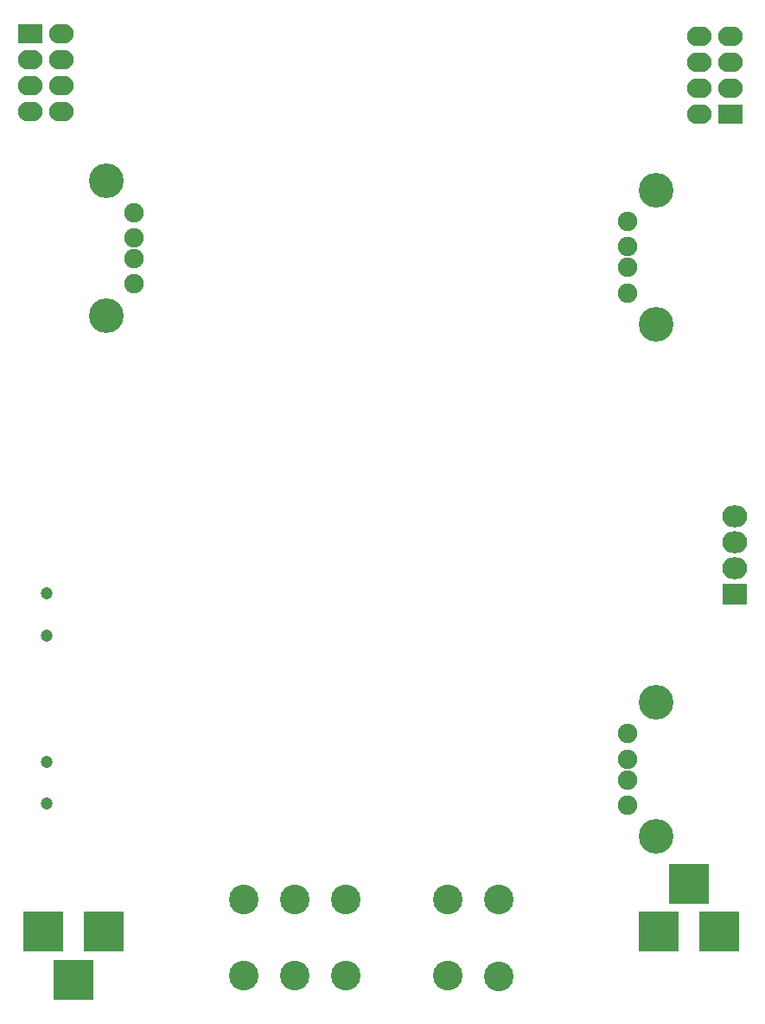
<source format=gbs>
G04 #@! TF.FileFunction,Soldermask,Bot*
%FSLAX46Y46*%
G04 Gerber Fmt 4.6, Leading zero omitted, Abs format (unit mm)*
G04 Created by KiCad (PCBNEW 4.0.2-stable) date Tuesday, 19 July 2016 02:12:12*
%MOMM*%
G01*
G04 APERTURE LIST*
%ADD10C,0.100000*%
%ADD11C,2.900000*%
%ADD12C,3.399740*%
%ADD13C,1.901140*%
%ADD14O,2.400000X1.900000*%
%ADD15R,2.400000X1.900000*%
%ADD16R,3.900120X3.900120*%
%ADD17C,1.197560*%
%ADD18R,2.432000X2.127200*%
%ADD19O,2.432000X2.127200*%
G04 APERTURE END LIST*
D10*
D11*
X167529520Y-131150480D03*
X152529520Y-131150480D03*
X147529520Y-131150480D03*
X142529520Y-131150480D03*
X142529520Y-138600480D03*
X147529520Y-138600480D03*
X152529520Y-138600480D03*
X167519520Y-138660480D03*
X162529520Y-131150480D03*
X162529520Y-138600480D03*
D12*
X182865380Y-74796460D03*
X182865380Y-61654500D03*
D13*
X180155200Y-71725600D03*
X180155200Y-69226240D03*
X180155200Y-67224720D03*
X180155200Y-64725360D03*
D12*
X129029140Y-60779020D03*
X129029140Y-73920980D03*
D13*
X131739320Y-63849880D03*
X131739320Y-66349240D03*
X131739320Y-68350760D03*
X131739320Y-70850120D03*
D14*
X187164520Y-46635480D03*
X190204520Y-46635480D03*
D15*
X190204520Y-54255480D03*
D14*
X187164520Y-54255480D03*
X190204520Y-51715480D03*
X187164520Y-51715480D03*
X190204520Y-49175480D03*
X187164520Y-49175480D03*
X124670000Y-54010000D03*
X121630000Y-54010000D03*
D15*
X121630000Y-46390000D03*
D14*
X124670000Y-46390000D03*
X121630000Y-48930000D03*
X124670000Y-48930000D03*
X121630000Y-51470000D03*
X124670000Y-51470000D03*
D16*
X183119380Y-134265480D03*
X189118860Y-134265480D03*
X186119120Y-129566480D03*
D12*
X182865380Y-124961460D03*
X182865380Y-111819500D03*
D13*
X180155200Y-121890600D03*
X180155200Y-119391240D03*
X180155200Y-117389720D03*
X180155200Y-114890360D03*
D17*
X123189520Y-121710480D03*
X123189520Y-117610480D03*
D16*
X128844660Y-134265480D03*
X122845180Y-134265480D03*
X125844920Y-138964480D03*
D18*
X190589520Y-101245480D03*
D19*
X190589520Y-98705480D03*
X190589520Y-96165480D03*
X190589520Y-93625480D03*
D17*
X123249520Y-105250480D03*
X123249520Y-101150480D03*
M02*

</source>
